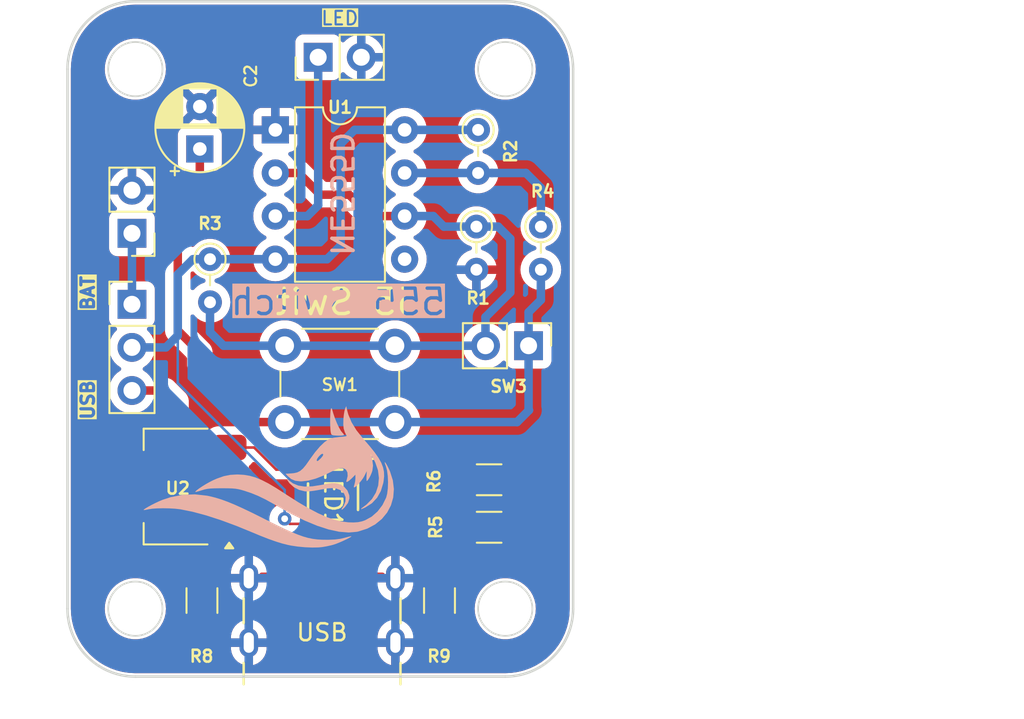
<source format=kicad_pcb>
(kicad_pcb (version 20240108) (generator "pcbnew") (generator_version "8.0")
  (layers (0 "F.Cu" signal) (31 "B.Cu" signal) (34 "B.Paste" user) (35 "F.Paste" user) (36 "B.SilkS" user "B.Silkscreen") (37 "F.SilkS" user "F.Silkscreen") (38 "B.Mask" user) (39 "F.Mask" user) (44 "Edge.Cuts" user))
  (net 0 "")
  (net 1 "Net-(C2-Pad1)")
  (net 2 "GND")
  (net 3 "Net-(U1-THR)")
  (net 4 "/VBAT")
  (net 5 "Net-(U1-DIS)")
  (net 7 "Net-(J4-CC1)")
  (net 8 "/VUSB")
  (net 9 "Net-(J3-Pin_1)")
  (net 10 "Net-(J4-CC2)")
  (net 11 "Net-(LED1-GND-Pad4)")
  (net 12 "/3V3")
  (net 13 "Net-(LED1-GND-Pad1)")
  (net 14 "VCC")
  (footprint "Package_TO_SOT_SMD:SOT-223-3_TabPin2" (layer "F.Cu") (at 116 115 180)
    (property "Reference" "U2" (at -0.1 -0.1 0) (layer "F.SilkS") (effects (font (size 0.7 0.7))))
    (property "Value" "AMS1117-3V3")
    (fp_line (start 1.91 3.41) (end 1.91 2.15) (stroke (width 0.12)) (layer "F.SilkS"))
    (fp_line (start 1.91 -3.41) (end 1.91 -2.15) (stroke (width 0.12)) (layer "F.SilkS"))
    (fp_line (start -1.85 3.41) (end 1.91 3.41) (stroke (width 0.12)) (layer "F.SilkS"))
    (fp_line (start -1.85 -3.41) (end 1.91 -3.41) (stroke (width 0.12)) (layer "F.SilkS"))
    (fp_poly (pts (xy -3.13 -3.31) (xy -3.37 -3.64) (xy -2.89 -3.64) (xy -3.13 -3.31)) (stroke (width 0.12)) (fill solid) (layer "F.SilkS"))
    (pad "1" smd roundrect (at -3.15 -2.3 180) (size 2 1.5) (layers "F.Cu" "F.Paste" "F.Mask") (net 8 "/VUSB"))
    (pad "2" smd roundrect (at -3.15 0 180) (size 2 1.5) (layers "F.Cu" "F.Paste" "F.Mask") (net 2 "GND"))
    (pad "2" smd roundrect (at 3.15 0 180) (size 2 3.8) (layers "F.Cu" "F.Paste" "F.Mask") (net 2 "GND"))
    (pad "3" smd roundrect (at -3.15 2.3 180) (size 2 1.5) (layers "F.Cu" "F.Paste" "F.Mask") (net 12 "/3V3"))
  )
  (footprint "Capacitor_THT:CP_Radial_D5.0mm_P2.50mm" (layer "F.Cu") (at 117.4 95.105113 90)
    (property "Reference" "C2" (at 4.3 3 270) (layer "F.SilkS") (effects (font (size 0.7 0.7) (thickness 0.125))))
    (property "Value" "10uF")
    (fp_line (start 1.29 -2.58) (end 1.29 2.58) (stroke (width 0.12)) (layer "F.SilkS"))
    (fp_line (start 1.25 -2.58) (end 1.25 2.58) (stroke (width 0.12)) (layer "F.SilkS"))
    (fp_line (start 1.33 -2.579) (end 1.33 2.579) (stroke (width 0.12)) (layer "F.SilkS"))
    (fp_line (start 1.37 -2.578) (end 1.37 2.578) (stroke (width 0.12)) (layer "F.SilkS"))
    (fp_line (start 1.41 -2.576) (end 1.41 2.576) (stroke (width 0.12)) (layer "F.SilkS"))
    (fp_line (start 1.45 -2.573) (end 1.45 2.573) (stroke (width 0.12)) (layer "F.SilkS"))
    (fp_line (start 1.49 -2.569) (end 1.49 -1.04) (stroke (width 0.12)) (layer "F.SilkS"))
    (fp_line (start 1.53 -2.565) (end 1.53 -1.04) (stroke (width 0.12)) (layer "F.SilkS"))
    (fp_line (start 1.57 -2.561) (end 1.57 -1.04) (stroke (width 0.12)) (layer "F.SilkS"))
    (fp_line (start 1.61 -2.556) (end 1.61 -1.04) (stroke (width 0.12)) (layer "F.SilkS"))
    (fp_line (start 1.65 -2.55) (end 1.65 -1.04) (stroke (width 0.12)) (layer "F.SilkS"))
    (fp_line (start 1.69 -2.543) (end 1.69 -1.04) (stroke (width 0.12)) (layer "F.SilkS"))
    (fp_line (start 1.73 -2.536) (end 1.73 -1.04) (stroke (width 0.12)) (layer "F.SilkS"))
    (fp_line (start 1.77 -2.528) (end 1.77 -1.04) (stroke (width 0.12)) (layer "F.SilkS"))
    (fp_line (start 1.81 -2.52) (end 1.81 -1.04) (stroke (width 0.12)) (layer "F.SilkS"))
    (fp_line (start 1.85 -2.511) (end 1.85 -1.04) (stroke (width 0.12)) (layer "F.SilkS"))
    (fp_line (start 1.89 -2.501) (end 1.89 -1.04) (stroke (width 0.12)) (layer "F.SilkS"))
    (fp_line (start 1.93 -2.491) (end 1.93 -1.04) (stroke (width 0.12)) (layer "F.SilkS"))
    (fp_line (start 1.971 -2.48) (end 1.971 -1.04) (stroke (width 0.12)) (layer "F.SilkS"))
    (fp_line (start 2.011 -2.468) (end 2.011 -1.04) (stroke (width 0.12)) (layer "F.SilkS"))
    (fp_line (start 2.051 -2.455) (end 2.051 -1.04) (stroke (width 0.12)) (layer "F.SilkS"))
    (fp_line (start 2.091 -2.442) (end 2.091 -1.04) (stroke (width 0.12)) (layer "F.SilkS"))
    (fp_line (start 2.131 -2.428) (end 2.131 -1.04) (stroke (width 0.12)) (layer "F.SilkS"))
    (fp_line (start 2.171 -2.414) (end 2.171 -1.04) (stroke (width 0.12)) (layer "F.SilkS"))
    (fp_line (start 2.211 -2.398) (end 2.211 -1.04) (stroke (width 0.12)) (layer "F.SilkS"))
    (fp_line (start 2.251 -2.382) (end 2.251 -1.04) (stroke (width 0.12)) (layer "F.SilkS"))
    (fp_line (start 2.291 -2.365) (end 2.291 -1.04) (stroke (width 0.12)) (layer "F.SilkS"))
    (fp_line (start 2.331 -2.348) (end 2.331 -1.04) (stroke (width 0.12)) (layer "F.SilkS"))
    (fp_line (start 2.371 -2.329) (end 2.371 -1.04) (stroke (width 0.12)) (layer "F.SilkS"))
    (fp_line (start 2.411 -2.31) (end 2.411 -1.04) (stroke (width 0.12)) (layer "F.SilkS"))
    (fp_line (start 2.451 -2.29) (end 2.451 -1.04) (stroke (width 0.12)) (layer "F.SilkS"))
    (fp_line (start 2.491 -2.268) (end 2.491 -1.04) (stroke (width 0.12)) (layer "F.SilkS"))
    (fp_line (start 2.531 -2.247) (end 2.531 -1.04) (stroke (width 0.12)) (layer "F.SilkS"))
    (fp_line (start 2.571 -2.224) (end 2.571 -1.04) (stroke (width 0.12)) (layer "F.SilkS"))
    (fp_line (start 2.611 -2.2) (end 2.611 -1.04) (stroke (width 0.12)) (layer "F.SilkS"))
    (fp_line (start 2.651 -2.175) (end 2.651 -1.04) (stroke (width 0.12)) (layer "F.SilkS"))
    (fp_line (start 2.691 -2.149) (end 2.691 -1.04) (stroke (width 0.12)) (layer "F.SilkS"))
    (fp_line (start 2.731 -2.122) (end 2.731 -1.04) (stroke (width 0.12)) (layer "F.SilkS"))
    (fp_line (start 2.771 -2.095) (end 2.771 -1.04) (stroke (width 0.12)) (layer "F.SilkS"))
    (fp_line (start 2.811 -2.065) (end 2.811 -1.04) (stroke (width 0.12)) (layer "F.SilkS"))
    (fp_line (start 2.851 -2.035) (end 2.851 -1.04) (stroke (width 0.12)) (layer "F.SilkS"))
    (fp_line (start 2.891 -2.004) (end 2.891 -1.04) (stroke (width 0.12)) (layer "F.SilkS"))
    (fp_line (start 2.931 -1.971) (end 2.931 -1.04) (stroke (width 0.12)) (layer "F.SilkS"))
    (fp_line (start 2.971 -1.937) (end 2.971 -1.04) (stroke (width 0.12)) (layer "F.SilkS"))
    (fp_line (start 3.011 -1.901) (end 3.011 -1.04) (stroke (width 0.12)) (layer "F.SilkS"))
    (fp_line (start 3.051 -1.864) (end 3.051 -1.04) (stroke (width 0.12)) (layer "F.SilkS"))
    (fp_line (start 3.091 -1.826) (end 3.091 -1.04) (stroke (width 0.12)) (layer "F.SilkS"))
    (fp_line (start 3.131 -1.785) (end 3.131 -1.04) (stroke (width 0.12)) (layer "F.SilkS"))
    (fp_line (start 3.171 -1.743) (end 3.171 -1.04) (stroke (width 0.12)) (layer "F.SilkS"))
    (fp_line (start -1.304775 -1.725) (end -1.304775 -1.225) (stroke (width 0.12)) (layer "F.SilkS"))
    (fp_line (start 3.211 -1.699) (end 3.211 -1.04) (stroke (width 0.12)) (layer "F.SilkS"))
    (fp_line (start 3.251 -1.653) (end 3.251 -1.04) (stroke (width 0.12)) (layer "F.SilkS"))
    (fp_line (start 3.291 -1.605) (end 3.291 -1.04) (stroke (width 0.12)) (layer "F.SilkS"))
    (fp_line (start 3.331 -1.554) (end 3.331 -1.04) (stroke (width 0.12)) (layer "F.SilkS"))
    (fp_line (start 3.371 -1.5) (end 3.371 -1.04) (stroke (width 0.12)) (layer "F.SilkS"))
    (fp_line (start -1.554775 -1.475) (end -1.054775 -1.475) (stroke (width 0.12)) (layer "F.SilkS"))
    (fp_line (start 3.411 -1.443) (end 3.411 -1.04) (stroke (width 0.12)) (layer "F.SilkS"))
    (fp_line (start 3.451 -1.383) (end 3.451 -1.04) (stroke (width 0.12)) (layer "F.SilkS"))
    (fp_line (start 3.491 -1.319) (end 3.491 -1.04) (stroke (width 0.12)) (layer "F.SilkS"))
    (fp_line (start 3.531 -1.251) (end 3.531 -1.04) (stroke (width 0.12)) (layer "F.SilkS"))
    (fp_line (start 3.571 -1.178) (end 3.571 1.178) (stroke (width 0.12)) (layer "F.SilkS"))
    (fp_line (start 3.611 -1.098) (end 3.611 1.098) (stroke (width 0.12)) (layer "F.SilkS"))
    (fp_line (start 3.651 -1.011) (end 3.651 1.011) (stroke (width 0.12)) (layer "F.SilkS"))
    (fp_line (start 3.691 -0.915) (end 3.691 0.915) (stroke (width 0.12)) (layer "F.SilkS"))
    (fp_line (start 3.731 -0.805) (end 3.731 0.805) (stroke (width 0.12)) (layer "F.SilkS"))
    (fp_line (start 3.771 -0.677) (end 3.771 0.677) (stroke (width 0.12)) (layer "F.SilkS"))
    (fp_line (start 3.811 -0.518) (end 3.811 0.518) (stroke (width 0.12)) (layer "F.SilkS"))
    (fp_line (start 3.851 -0.284) (end 3.851 0.284) (stroke (width 0.12)) (layer "F.SilkS"))
    (fp_line (start 3.531 1.04) (end 3.531 1.251) (stroke (width 0.12)) (layer "F.SilkS"))
    (fp_line (start 3.491 1.04) (end 3.491 1.319) (stroke (width 0.12)) (layer "F.SilkS"))
    (fp_line (start 3.451 1.04) (end 3.451 1.383) (stroke (width 0.12)) (layer "F.SilkS"))
    (fp_line (start 3.411 1.04) (end 3.411 1.443) (stroke (width 0.12)) (layer "F.SilkS"))
    (fp_line (start 3.371 1.04) (end 3.371 1.5) (stroke (width 0.12)) (layer "F.SilkS"))
    (fp_line (start 3.331 1.04) (end 3.331 1.554) (stroke (width 0.12)) (layer "F.SilkS"))
    (fp_line (start 3.291 1.04) (end 3.291 1.605) (stroke (width 0.12)) (layer "F.SilkS"))
    (fp_line (start 3.251 1.04) (end 3.251 1.653) (stroke (width 0.12)) (layer "F.SilkS"))
    (fp_line (start 3.211 1.04) (end 3.211 1.699) (stroke (width 0.12)) (layer "F.SilkS"))
    (fp_line (start 3.171 1.04) (end 3.171 1.743) (stroke (width 0.12)) (layer "F.SilkS"))
    (fp_line (start 3.131 1.04) (end 3.131 1.785) (stroke (width 0.12)) (layer "F.SilkS"))
    (fp_line (start 3.091 1.04) (end 3.091 1.826) (stroke (width 0.12)) (layer "F.SilkS"))
    (fp_line (start 3.051 1.04) (end 3.051 1.864) (stroke (width 0.12)) (layer "F.SilkS"))
    (fp_line (start 3.011 1.04) (end 3.011 1.901) (stroke (width 0.12)) (layer "F.SilkS"))
    (fp_line (start 2.971 1.04) (end 2.971 1.937) (stroke (width 0.12)) (layer "F.SilkS"))
    (fp_line (start 2.931 1.04) (end 2.931 1.971) (stroke (width 0.12)) (layer "F.SilkS"))
    (fp_line (start 2.891 1.04) (end 2.891 2.004) (stroke (width 0.12)) (layer "F.SilkS"))
    (fp_line (start 2.851 1.04) (end 2.851 2.035) (stroke (width 0.12)) (layer "F.SilkS"))
    (fp_line (start 2.811 1.04) (end 2.811 2.065) (stroke (width 0.12)) (layer "F.SilkS"))
    (fp_line (start 2.771 1.04) (end 2.771 2.095) (stroke (width 0.12)) (layer "F.SilkS"))
    (fp_line (start 2.731 1.04) (end 2.731 2.122) (stroke (width 0.12)) (layer "F.SilkS"))
    (fp_line (start 2.691 1.04) (end 2.691 2.149) (stroke (width 0.12)) (layer "F.SilkS"))
    (fp_line (start 2.651 1.04) (end 2.651 2.175) (stroke (width 0.12)) (layer "F.SilkS"))
    (fp_line (start 2.611 1.04) (end 2.611 2.2) (stroke (width 0.12)) (layer "F.SilkS"))
    (fp_line (start 2.571 1.04) (end 2.571 2.224) (stroke (width 0.12)) (layer "F.SilkS"))
    (fp_line (start 2.531 1.04) (end 2.531 2.247) (stroke (width 0.12)) (layer "F.SilkS"))
    (fp_line (start 2.491 1.04) (end 2.491 2.268) (stroke (width 0.12)) (layer "F.SilkS"))
    (fp_line (start 2.451 1.04) (end 2.451 2.29) (stroke (width 0.12)) (layer "F.SilkS"))
    (fp_line (start 2.411 1.04) (end 2.411 2.31) (stroke (width 0.12)) (layer "F.SilkS"))
    (fp_line (start 2.371 1.04) (end 2.371 2.329) (stroke (width 0.12)) (layer "F.SilkS"))
    (fp_line (start 2.331 1.04) (end 2.331 2.348) (stroke (width 0.12)) (layer "F.SilkS"))
    (fp_line (start 2.291 1.04) (end 2.291 2.365) (stroke (width 0.12)) (layer "F.SilkS"))
    (fp_line (start 2.251 1.04) (end 2.251 2.382) (stroke (width 0.12)) (layer "F.SilkS"))
    (fp_line (start 2.211 1.04) (end 2.211 2.398) (stroke (width 0.12)) (layer "F.SilkS"))
    (fp_line (start 2.171 1.04) (end 2.171 2.414) (stroke (width 0.12)) (layer "F.SilkS"))
    (fp_line (start 2.131 1.04) (end 2.131 2.428) (stroke (width 0.12)) (layer "F.SilkS"))
    (fp_line (start 2.091 1.04) (end 2.091 2.442) (stroke (width 0.12)) (layer "F.SilkS"))
    (fp_line (start 2.051 1.04) (end 2.051 2.455) (stroke (width 0.12)) (layer "F.SilkS"))
    (fp_line (start 2.011 1.04) (end 2.011 2.468) (stroke (width 0.12)) (layer "F.SilkS"))
    (fp_line (start 1.971 1.04) (end 1.971 2.48) (stroke (width 0.12)) (layer "F.SilkS"))
    (fp_line (start 1.93 1.04) (end 1.93 2.491) (stroke (width 0.12)) (layer "F.SilkS"))
    (fp_line (start 1.89 1.04) (end 1.89 2.501) (stroke (width 0.12)) (layer "F.SilkS"))
    (fp_line (start 1.85 1.04) (end 1.85 2.511) (stroke (width 0.12)) (layer "F.SilkS"))
    (fp_line (start 1.81 1.04) (end 1.81 2.52) (stroke (width 0.12)) (layer "F.SilkS"))
    (fp_line (start 1.77 1.04) (end 1.77 2.528) (stroke (width 0.12)) (layer "F.SilkS"))
    (fp_line (start 1.73 1.04) (end 1.73 2.536) (stroke (width 0.12)) (layer "F.SilkS"))
    (fp_line (start 1.69 1.04) (end 1.69 2.543) (stroke (width 0.12)) (layer "F.SilkS"))
    (fp_line (start 1.65 1.04) (end 1.65 2.55) (stroke (width 0.12)) (layer "F.SilkS"))
    (fp_line (start 1.61 1.04) (end 1.61 2.556) (stroke (width 0.12)) (layer "F.SilkS"))
    (fp_line (start 1.57 1.04) (end 1.57 2.561) (stroke (width 0.12)) (layer "F.SilkS"))
    (fp_line (start 1.53 1.04) (end 1.53 2.565) (stroke (width 0.12)) (layer "F.SilkS"))
    (fp_line (start 1.49 1.04) (end 1.49 2.569) (stroke (width 0.12)) (layer "F.SilkS"))
    (fp_circle (center 1.25 0) (end 3.87 0) (stroke (width 0.12)) (fill none) (layer "F.SilkS"))
    (pad "1" thru_hole rect (at 0 0 90) (size 1.6 1.6) (drill 0.8) (layers "*.Cu" "*.Mask") (net 1 "Net-(C2-Pad1)"))
    (pad "2" thru_hole circle (at 2.5 0 90) (size 1.6 1.6) (drill 0.8) (layers "*.Cu" "*.Mask") (net 2 "GND"))
  )
  (footprint "Package_DIP:DIP-8_W7.62mm" (layer "F.Cu") (at 121.85 93.98)
    (property "Reference" "U1" (at 3.81 -1.33 0) (layer "F.SilkS") (effects (font (size 0.7 0.7))))
    (property "Value" "NE555D")
    (fp_line (start 1.16 -1.33) (end 1.16 8.95) (stroke (width 0.12)) (layer "F.SilkS"))
    (fp_line (start 1.16 8.95) (end 6.46 8.95) (stroke (width 0.12)) (layer "F.SilkS"))
    (fp_line (start 2.81 -1.33) (end 1.16 -1.33) (stroke (width 0.12)) (layer "F.SilkS"))
    (fp_line (start 6.46 -1.33) (end 4.81 -1.33) (stroke (width 0.12)) (layer "F.SilkS"))
    (fp_line (start 6.46 8.95) (end 6.46 -1.33) (stroke (width 0.12)) (layer "F.SilkS"))
    (fp_arc (start 4.81 -1.33) (mid 3.81 -0.33) (end 2.81 -1.33) (stroke (width 0.12)) (layer "F.SilkS"))
    (pad "1" thru_hole rect (at 0 0) (size 1.6 1.6) (drill 0.8) (layers "*.Cu" "*.Mask") (net 2 "GND"))
    (pad "2" thru_hole oval (at 0 2.54) (size 1.6 1.6) (drill 0.8) (layers "*.Cu" "*.Mask") (net 3 "Net-(U1-THR)"))
    (pad "3" thru_hole oval (at 0 5.08) (size 1.6 1.6) (drill 0.8) (layers "*.Cu" "*.Mask") (net 9 "Net-(J3-Pin_1)"))
    (pad "4" thru_hole oval (at 0 7.62) (size 1.6 1.6) (drill 0.8) (layers "*.Cu" "*.Mask") (net 14 "VCC"))
    (pad "5" thru_hole oval (at 7.62 7.62) (size 1.6 1.6) (drill 0.8) (layers "*.Cu" "*.Mask"))
    (pad "6" thru_hole oval (at 7.62 5.08) (size 1.6 1.6) (drill 0.8) (layers "*.Cu" "*.Mask") (net 3 "Net-(U1-THR)"))
    (pad "7" thru_hole oval (at 7.62 2.54) (size 1.6 1.6) (drill 0.8) (layers "*.Cu" "*.Mask") (net 5 "Net-(U1-DIS)"))
    (pad "8" thru_hole oval (at 7.62 0) (size 1.6 1.6) (drill 0.8) (layers "*.Cu" "*.Mask") (net 14 "VCC"))
  )
  (footprint "Resistor_THT:R_Axial_DIN0204_L3.6mm_D1.6mm_P2.54mm_Vertical" (layer "F.Cu") (at 137.5 99.68 -90)
    (property "Reference" "R4" (at -2.08 -0.1 0) (layer "F.SilkS") (effects (font (size 0.7 0.7))))
    (property "Value" "10k")
    (fp_line (start 0.92 0) (end 1.54 0) (stroke (width 0.12)) (layer "F.SilkS"))
    (fp_circle (center 0 0) (end 0.92 0) (stroke (width 0.12)) (fill none) (layer "F.SilkS"))
    (pad "1" thru_hole circle (at 0 0 270) (size 1.4 1.4) (drill 0.7) (layers "*.Cu" "*.Mask") (net 5 "Net-(U1-DIS)"))
    (pad "2" thru_hole oval (at 2.54 0 270) (size 1.4 1.4) (drill 0.7) (layers "*.Cu" "*.Mask") (net 1 "Net-(C2-Pad1)"))
  )
  (footprint "Resistor_SMD:R_1206_3216Metric_Pad1.30x1.75mm_HandSolder" (layer "F.Cu") (at 134.45 117.4)
    (property "Reference" "R5" (at -3.15 0 90) (layer "F.SilkS") (effects (font (size 0.7 0.7))))
    (property "Value" "5k1")
    (fp_line (start -0.727064 -0.91) (end 0.727064 -0.91) (stroke (width 0.12)) (layer "F.SilkS"))
    (fp_line (start -0.727064 0.91) (end 0.727064 0.91) (stroke (width 0.12)) (layer "F.SilkS"))
    (pad "1" smd roundrect (at -1.55 0) (size 1.3 1.75) (layers "F.Cu" "F.Paste" "F.Mask") (roundrect_rratio 0.192308) (net 11 "Net-(LED1-GND-Pad4)"))
    (pad "2" smd roundrect (at 1.55 0) (size 1.3 1.75) (layers "F.Cu" "F.Paste" "F.Mask") (roundrect_rratio 0.192308) (net 2 "GND"))
  )
  (footprint "Connector_PinHeader_2.54mm:PinHeader_1x02_P2.54mm_Vertical" (layer "F.Cu") (at 113.4 100.075 180)
    (property "Reference" "J1" (hide yes))
    (property "Value" "3V3")
    (fp_line (start 1.33 1.27) (end 1.33 3.87) (stroke (width 0.12)) (layer "F.SilkS"))
    (fp_line (start -1.33 3.87) (end 1.33 3.87) (stroke (width 0.12)) (layer "F.SilkS"))
    (fp_line (start -1.33 1.27) (end 1.33 1.27) (stroke (width 0.12)) (layer "F.SilkS"))
    (fp_line (start -1.33 1.27) (end -1.33 3.87) (stroke (width 0.12)) (layer "F.SilkS"))
    (fp_line (start -1.33 0) (end -1.33 -1.33) (stroke (width 0.12)) (layer "F.SilkS"))
    (fp_line (start -1.33 -1.33) (end 0 -1.33) (stroke (width 0.12)) (layer "F.SilkS"))
    (pad "1" thru_hole rect (at 0 0 180) (size 1.7 1.7) (drill 1) (layers "*.Cu" "*.Mask") (net 4 "/VBAT"))
    (pad "2" thru_hole oval (at 0 2.54 180) (size 1.7 1.7) (drill 1) (layers "*.Cu" "*.Mask") (net 2 "GND"))
  )
  (footprint "Alexander Footprint Library:USB-C MOLEX 2171750001" (layer "F.Cu") (at 124.605 126.8)
    (property "Reference" "USB" (at -0.005 -3.2 0) (layer "F.SilkS"))
    (property "Value" "USB-C_Receptacle_PowerOnly_6P_MOLEX-2171750001")
    (fp_line (start -4.62 -3.75) (end -4.62 -5.2) (stroke (width 0.15)) (layer "F.SilkS"))
    (fp_line (start -4.62 -0.15) (end -4.62 -1.4) (stroke (width 0.15)) (layer "F.SilkS"))
    (fp_line (start 4.62 -3.75) (end 4.62 -5.2) (stroke (width 0.15)) (layer "F.SilkS"))
    (fp_line (start 4.62 -0.15) (end 4.62 -1.4) (stroke (width 0.15)) (layer "F.SilkS"))
    (pad "A5" smd rect (at -0.5 -6.48) (size 0.7 1.2) (layers "F.Cu" "F.Paste") (net 7 "Net-(J4-CC1)"))
    (pad "A9" smd rect (at 1.52 -6.48) (size 0.76 1.2) (layers "F.Cu" "F.Paste") (net 8 "/VUSB"))
    (pad "A12" smd rect (at 2.75 -6.48) (size 0.8 1.2) (layers "F.Cu" "F.Paste") (net 2 "GND"))
    (pad "B5" smd rect (at 0.5 -6.48) (size 0.7 1.2) (layers "F.Cu" "F.Paste") (net 10 "Net-(J4-CC2)"))
    (pad "B9" smd rect (at -1.52 -6.48) (size 0.76 1.2) (layers "F.Cu" "F.Paste") (net 8 "/VUSB"))
    (pad "B12" smd rect (at -2.75 -6.48) (size 0.8 1.2) (layers "F.Cu" "F.Paste") (net 2 "GND"))
    (pad "S1" thru_hole oval (at -4.32 -2.6) (size 1.1 1.7) (drill oval 0.6 1.2) (layers "*.Cu" "*.Mask") (net 2 "GND"))
    (pad "S2" thru_hole oval (at 4.32 -2.6) (size 1.1 1.7) (drill oval 0.6 1.2) (layers "*.Cu" "*.Mask") (net 2 "GND"))
    (pad "S3" thru_hole oval (at -4.32 -6.4) (size 1.1 1.7) (drill oval 0.6 1.2) (layers "*.Cu" "*.Mask") (net 2 "GND"))
    (pad "S4" thru_hole oval (at 4.32 -6.4) (size 1.1 1.7) (drill oval 0.6 1.2) (layers "*.Cu" "*.Mask") (net 2 "GND"))
  )
  (footprint "Alexander Footprint Library:B1552_HVK-M" (layer "F.Cu") (at 125.249999 115.6002 -90)
    (property "Reference" "LED1" (at 0 0 -90) (layer "F.SilkS"))
    (property "Value" "LED-RED-GREEN-B1552USUG20D")
    (fp_line (start -0.777373 1.4732) (end 0.777373 1.4732) (stroke (width 0.1524)) (layer "F.SilkS"))
    (fp_line (start -0.777373 -1.4732) (end 0.777373 -1.4732) (stroke (width 0.1524)) (layer "F.SilkS"))
    (fp_text user "*" (at -2.2352 -1.8041 -90) (layer "F.SilkS"))
    (fp_text user "*" (at -2.2352 -1.8041 90) (layer "F.SilkS"))
    (pad "1" smd rect (at -1.6002 -0.750001 270) (size 1.1176 1.0414) (layers "F.Cu" "F.Paste" "F.Mask") (net 13 "Net-(LED1-GND-Pad1)"))
    (pad "2" smd rect (at -1.6002 0.750001 270) (size 1.1176 1.0414) (layers "F.Cu" "F.Paste" "F.Mask") (net 12 "/3V3"))
    (pad "3" smd rect (at 1.6002 0.750001 270) (size 1.1176 1.0414) (layers "F.Cu" "F.Paste" "F.Mask") (net 14 "VCC"))
    (pad "4" smd rect (at 1.6002 -0.750001 270) (size 1.1176 1.0414) (layers "F.Cu" "F.Paste" "F.Mask") (net 11 "Net-(LED1-GND-Pad4)"))
  )
  (footprint "Resistor_SMD:R_1206_3216Metric_Pad1.30x1.75mm_HandSolder" (layer "F.Cu") (at 117.525 121.72 -90)
    (property "Reference" "R8" (at 3.28 0.025 0) (layer "F.SilkS") (effects (font (size 0.7 0.7))))
    (property "Value" "5K7")
    (fp_line (start -0.727064 0.91) (end 0.727064 0.91) (stroke (width 0.12)) (layer "F.SilkS"))
    (fp_line (start -0.727064 -0.91) (end 0.727064 -0.91) (stroke (width 0.12)) (layer "F.SilkS"))
    (pad "1" smd roundrect (at -1.55 0 270) (size 1.3 1.75) (layers "F.Cu" "F.Paste" "F.Mask") (roundrect_rratio 0.192308) (net 2 "GND"))
    (pad "2" smd roundrect (at 1.55 0 270) (size 1.3 1.75) (layers "F.Cu" "F.Paste" "F.Mask") (roundrect_rratio 0.192308) (net 7 "Net-(J4-CC1)"))
  )
  (footprint "Connector_PinHeader_2.54mm:PinHeader_1x03_P2.54mm_Vertical" (layer "F.Cu") (at 113.4 104.26)
    (property "Reference" "SW2" (hide yes))
    (property "Value" "SW_SPDT")
    (fp_line (start -1.33 -1.33) (end 0 -1.33) (stroke (width 0.12)) (layer "F.SilkS"))
    (fp_line (start -1.33 0) (end -1.33 -1.33) (stroke (width 0.12)) (layer "F.SilkS"))
    (fp_line (start -1.33 1.27) (end -1.33 6.41) (stroke (width 0.12)) (layer "F.SilkS"))
    (fp_line (start -1.33 1.27) (end 1.33 1.27) (stroke (width 0.12)) (layer "F.SilkS"))
    (fp_line (start -1.33 6.41) (end 1.33 6.41) (stroke (width 0.12)) (layer "F.SilkS"))
    (fp_line (start 1.33 1.27) (end 1.33 6.41) (stroke (width 0.12)) (layer "F.SilkS"))
    (pad "1" thru_hole rect (at 0 0) (size 1.7 1.7) (drill 1) (layers "*.Cu" "*.Mask") (net 4 "/VBAT"))
    (pad "2" thru_hole oval (at 0 2.54) (size 1.7 1.7) (drill 1) (layers "*.Cu" "*.Mask") (net 14 "VCC"))
    (pad "3" thru_hole oval (at 0 5.08) (size 1.7 1.7) (drill 1) (layers "*.Cu" "*.Mask") (net 12 "/3V3"))
  )
  (footprint "Resistor_SMD:R_1206_3216Metric_Pad1.30x1.75mm_HandSolder" (layer "F.Cu") (at 134.45 114.6)
    (property "Reference" "R6" (at -3.25 0.1 90) (layer "F.SilkS") (effects (font (size 0.7 0.7))))
    (property "Value" "5k1")
    (fp_line (start -0.727064 -0.91) (end 0.727064 -0.91) (stroke (width 0.12)) (layer "F.SilkS"))
    (fp_line (start -0.727064 0.91) (end 0.727064 0.91) (stroke (width 0.12)) (layer "F.SilkS"))
    (pad "1" smd roundrect (at -1.55 0) (size 1.3 1.75) (layers "F.Cu" "F.Paste" "F.Mask") (roundrect_rratio 0.192308) (net 13 "Net-(LED1-GND-Pad1)"))
    (pad "2" smd roundrect (at 1.55 0) (size 1.3 1.75) (layers "F.Cu" "F.Paste" "F.Mask") (roundrect_rratio 0.192308) (net 2 "GND"))
  )
  (footprint "Resistor_SMD:R_1206_3216Metric_Pad1.30x1.75mm_HandSolder" (layer "F.Cu") (at 131.525 121.72 -90)
    (property "Reference" "R9" (at 3.28 0.025 0) (layer "F.SilkS") (effects (font (size 0.7 0.7))))
    (property "Value" "5K7")
    (fp_line (start -0.727064 0.91) (end 0.727064 0.91) (stroke (width 0.12)) (layer "F.SilkS"))
    (fp_line (start -0.727064 -0.91) (end 0.727064 -0.91) (stroke (width 0.12)) (layer "F.SilkS"))
    (pad "1" smd roundrect (at -1.55 0 270) (size 1.3 1.75) (layers "F.Cu" "F.Paste" "F.Mask") (roundrect_rratio 0.192308) (net 2 "GND"))
    (pad "2" smd roundrect (at 1.55 0 270) (size 1.3 1.75) (layers "F.Cu" "F.Paste" "F.Mask") (roundrect_rratio 0.192308) (net 10 "Net-(J4-CC2)"))
  )
  (footprint "Resistor_THT:R_Axial_DIN0204_L3.6mm_D1.6mm_P2.54mm_Vertical" (layer "F.Cu") (at 133.7 99.68 -90)
    (property "Reference" "R1" (at 4.22 -0.1 0) (layer "F.SilkS") (effects (font (size 0.7 0.7))))
    (property "Value" "10k")
    (fp_line (start 0.92 0) (end 1.54 0) (stroke (width 0.12)) (layer "F.SilkS"))
    (fp_circle (center 0 0) (end 0.92 0) (stroke (width 0.12)) (fill none) (layer "F.SilkS"))
    (pad "1" thru_hole circle (at 0 0 270) (size 1.4 1.4) (drill 0.7) (layers "*.Cu" "*.Mask") (net 3 "Net-(U1-THR)"))
    (pad "2" thru_hole oval (at 2.54 0 270) (size 1.4 1.4) (drill 0.7) (layers "*.Cu" "*.Mask") (net 2 "GND"))
  )
  (footprint "Resistor_THT:R_Axial_DIN0204_L3.6mm_D1.6mm_P2.54mm_Vertical" (layer "F.Cu") (at 133.8 93.98 -90)
    (property "Reference" "R2" (at 1.27 -1.92 90) (layer "F.SilkS") (effects (font (size 0.7 0.7))))
    (property "Value" "10k")
    (fp_line (start 0.92 0) (end 1.54 0) (stroke (width 0.12)) (layer "F.SilkS"))
    (fp_circle (center 0 0) (end 0.92 0) (stroke (width 0.12)) (fill none) (layer "F.SilkS"))
    (pad "1" thru_hole circle (at 0 0 270) (size 1.4 1.4) (drill 0.7) (layers "*.Cu" "*.Mask") (net 14 "VCC"))
    (pad "2" thru_hole oval (at 2.54 0 270) (size 1.4 1.4) (drill 0.7) (layers "*.Cu" "*.Mask") (net 5 "Net-(U1-DIS)"))
  )
  (footprint "Connector_PinHeader_2.54mm:PinHeader_1x02_P2.54mm_Vertical" (layer "F.Cu") (at 124.375 89.7 90)
    (property "Reference" "J3" (hide yes))
    (property "Value" "OUT")
    (fp_line (start -1.33 -1.33) (end 0 -1.33) (stroke (width 0.12)) (layer "F.SilkS"))
    (fp_line (start -1.33 0) (end -1.33 -1.33) (stroke (width 0.12)) (layer "F.SilkS"))
    (fp_line (start 1.33 1.27) (end 1.33 3.87) (stroke (width 0.12)) (layer "F.SilkS"))
    (fp_line (start -1.33 1.27) (end 1.33 1.27) (stroke (width 0.12)) (layer "F.SilkS"))
    (fp_line (start -1.33 1.27) (end -1.33 3.87) (stroke (width 0.12)) (layer "F.SilkS"))
    (fp_line (start -1.33 3.87) (end 1.33 3.87) (stroke (width 0.12)) (layer "F.SilkS"))
    (pad "1" thru_hole rect (at 0 0 90) (size 1.7 1.7) (drill 1) (layers "*.Cu" "*.Mask") (net 9 "Net-(J3-Pin_1)"))
    (pad "2" thru_hole oval (at 0 2.54 90) (size 1.7 1.7) (drill 1) (layers "*.Cu" "*.Mask") (net 2 "GND"))
  )
  (footprint "Connector_PinHeader_2.54mm:PinHeader_1x02_P2.54mm_Vertical" (layer "F.Cu") (at 136.775 106.7 -90)
    (property "Reference" "SW3" (at 2.4 1.175 0) (layer "F.SilkS") (effects (font (size 0.7 0.7))))
    (property "Value" "SW_Reed")
    (fp_line (start -1.33 3.87) (end 1.33 3.87) (stroke (width 0.12)) (layer "F.SilkS"))
    (fp_line (start -1.33 1.27) (end -1.33 3.87) (stroke (width 0.12)) (layer "F.SilkS"))
    (fp_line (start -1.33 1.27) (end 1.33 1.27) (stroke (width 0.12)) (layer "F.SilkS"))
    (fp_line (start 1.33 1.27) (end 1.33 3.87) (stroke (width 0.12)) (layer "F.SilkS"))
    (fp_line (start -1.33 0) (end -1.33 -1.33) (stroke (width 0.12)) (layer "F.SilkS"))
    (fp_line (start -1.33 -1.33) (end 0 -1.33) (stroke (width 0.12)) (layer "F.SilkS"))
    (pad "1" thru_hole rect (at 0 0 270) (size 1.7 1.7) (drill 1) (layers "*.Cu" "*.Mask") (net 1 "Net-(C2-Pad1)"))
    (pad "2" thru_hole oval (at 0 2.54 270) (size 1.7 1.7) (drill 1) (layers "*.Cu" "*.Mask") (net 3 "Net-(U1-THR)"))
  )
  (footprint "Resistor_THT:R_Axial_DIN0204_L3.6mm_D1.6mm_P2.54mm_Vertical" (layer "F.Cu") (at 118 101.6 -90)
    (property "Reference" "R3" (at -2.1 0 0) (layer "F.SilkS") (effects (font (size 0.7 0.7))))
    (property "Value" "10k")
    (fp_line (start 0.92 0) (end 1.54 0) (stroke (width 0.12)) (layer "F.SilkS"))
    (fp_circle (center 0 0) (end 0.92 0) (stroke (width 0.12)) (fill none) (layer "F.SilkS"))
    (pad "1" thru_hole circle (at 0 0 270) (size 1.4 1.4) (drill 0.7) (layers "*.Cu" "*.Mask") (net 14 "VCC"))
    (pad "2" thru_hole oval (at 2.54 0 270) (size 1.4 1.4) (drill 0.7) (layers "*.Cu" "*.Mask") (net 3 "Net-(U1-THR)"))
  )
  (footprint "Button_Switch_THT:SW_PUSH_6mm" (layer "F.Cu") (at 122.4 106.7)
    (property "Reference" "SW1" (at 3.25 2.3 0) (layer "F.SilkS") (effects (font (size 0.7 0.7) (thickness 0.125))))
    (property "Value" "SW_Push")
    (fp_line (start -0.25 1.5) (end -0.25 3) (stroke (width 0.12)) (layer "F.SilkS"))
    (fp_line (start 1 5.5) (end 5.5 5.5) (stroke (width 0.12)) (layer "F.SilkS"))
    (fp_line (start 5.5 -1) (end 1 -1) (stroke (width 0.12)) (layer "F.SilkS"))
    (fp_line (start 6.75 3) (end 6.75 1.5) (stroke (width 0.12)) (layer "F.SilkS"))
    (pad "1" thru_hole circle (at 0 0 90) (size 2 2) (drill 1.1) (layers "*.Cu" "*.Mask") (net 3 "Net-(U1-THR)"))
    (pad "1" thru_hole circle (at 6.5 0 90) (size 2 2) (drill 1.1) (layers "*.Cu" "*.Mask") (net 3 "Net-(U1-THR)"))
    (pad "2" thru_hole circle (at 0 4.5 90) (size 2 2) (drill 1.1) (layers "*.Cu" "*.Mask") (net 1 "Net-(C2-Pad1)"))
    (pad "2" thru_hole circle (at 6.5 4.5 90) (size 2 2) (drill 1.1) (layers "*.Cu" "*.Mask") (net 1 "Net-(C2-Pad1)"))
  )
  (footprint "LOGO" (layer "B.Cu") (at 121.4 114.4 180)
    (property "Reference" "G***" (hide yes))
    (property "Value" "LOGO" (hide yes))
    (fp_poly (pts (xy -5.335668 -1.973085) (xy -5.363457 -2.000875) (xy -5.391247 -1.973085) (xy -5.363457 -1.945295)) (fill solid) (layer "B.SilkS"))
    (fp_poly (pts (xy -3.72712 3.989192) (xy -3.720697 3.973961) (xy -3.701102 3.866879) (xy -3.687804 3.678866) (xy -3.680882 3.439975) (xy -3.680421 3.180261) (xy -3.686502 2.929778) (xy -3.699208 2.718581) (xy -3.716893 2.584464) (xy -3.741095 2.495828) (xy -3.784399 2.444513) (xy -3.873902 2.418422) (xy -4.036701 2.405456) (xy -4.127166 2.40129) (xy -4.314775 2.400001) (xy -4.449213 2.412314) (xy -4.501944 2.435572) (xy -4.501969 2.436169) (xy -4.463752 2.510156) (xy -4.414064 2.560438) (xy -4.317104 2.679269) (xy -4.202066 2.879038) (xy -4.080896 3.133656) (xy -3.965538 3.417032) (xy -3.867936 3.703076) (xy -3.83055 3.835011) (xy -3.788365 3.978468) (xy -3.75726 4.025597)) (fill solid) (layer "B.SilkS"))
    (fp_poly (pts (xy -1.16813 -0.243105) (xy -1.254216 -0.368794) (xy -1.28983 -0.413219) (xy -1.537879 -0.635483) (xy -1.849965 -0.79747) (xy -2.187325 -0.881187) (xy -2.314341 -0.888735) (xy -2.497037 -0.877155) (xy -2.746282 -0.845689) (xy -3.020446 -0.800025) (xy -3.14804 -0.774864) (xy -3.516275 -0.710602) (xy -3.805925 -0.692046) (xy -4.04028 -0.720434) (xy -4.242632 -0.797) (xy -4.312229 -0.836658) (xy -4.497239 -1.008267) (xy -4.588805 -1.225532) (xy -4.584459 -1.470239) (xy -4.481739 -1.724177) (xy -4.44078 -1.786433) (xy -4.359302 -1.917364) (xy -4.351943 -1.969709) (xy -4.412174 -1.941384) (xy -4.533468 -1.830304) (xy -4.544045 -1.819408) (xy -4.734665 -1.563229) (xy -4.815304 -1.302684) (xy -4.806573 -1.114052) (xy -4.700145 -0.833593) (xy -4.503297 -0.610752) (xy -4.312939 -0.494963) (xy -4.14564 -0.432054) (xy -3.973801 -0.400998) (xy -3.772034 -0.401933) (xy -3.514951 -0.434994) (xy -3.177163 -0.500319) (xy -3.173511 -0.501089) (xy -2.63863 -0.587136) (xy -2.183217 -0.60137) (xy -1.801259 -0.543037) (xy -1.486742 -0.411382) (xy -1.292451 -0.264967) (xy -1.187436 -0.180532) (xy -1.145933 -0.176798)) (fill solid) (layer "B.SilkS"))
    (fp_poly (pts (xy 5.006815 -1.088445) (xy 5.716318 -1.225058) (xy 6.200827 -1.383806) (xy 6.403664 -1.468934) (xy 6.626548 -1.573239) (xy 6.848558 -1.685444) (xy 7.048775 -1.794268) (xy 7.20628 -1.888432) (xy 7.300154 -1.956656) (xy 7.315527 -1.984838) (xy 7.254956 -1.98449) (xy 7.122033 -1.961789) (xy 7.024333 -1.940189) (xy 6.806471 -1.906915) (xy 6.509925 -1.886858) (xy 6.16638 -1.879979) (xy 5.807519 -1.886237) (xy 5.465025 -1.905592) (xy 5.170583 -1.938004) (xy 5.141138 -1.942582) (xy 4.426362 -2.086382) (xy 3.63366 -2.298797) (xy 2.770609 -2.57741) (xy 1.844784 -2.919804) (xy 1.010836 -3.260583) (xy 0.441355 -3.497514) (xy -0.046623 -3.688235) (xy -0.469864 -3.838501) (xy -0.845133 -3.954062) (xy -1.189195 -4.040673) (xy -1.371928 -4.078191) (xy -1.768371 -4.138227) (xy -2.195636 -4.177783) (xy -2.616347 -4.195041) (xy -2.993123 -4.188182) (xy -3.212913 -4.167752) (xy -3.467108 -4.123955) (xy -3.736305 -4.064944) (xy -3.876552 -4.027934) (xy -4.038283 -3.972815) (xy -4.23561 -3.893936) (xy -4.4451 -3.802307) (xy -4.643316 -3.708932) (xy -4.806823 -3.624819) (xy -4.912187 -3.560974) (xy -4.93761 -3.529586) (xy -4.878362 -3.533932) (xy -4.740991 -3.564298) (xy -4.553715 -3.61434) (xy -4.52896 -3.621444) (xy -4.263761 -3.683348) (xy -3.968882 -3.720103) (xy -3.608736 -3.735703) (xy -3.501532 -3.73678) (xy -3.19922 -3.733182) (xy -2.919835 -3.716451) (xy -2.650591 -3.682285) (xy -2.378702 -3.626385) (xy -2.091382 -3.544451) (xy -1.775843 -3.432183) (xy -1.419301 -3.28528) (xy -1.008967 -3.099444) (xy -0.532057 -2.870373) (xy 0.024217 -2.593769) (xy 0.277899 -2.465774) (xy 0.908788 -2.151193) (xy 1.457458 -1.888515) (xy 1.937016 -1.672463) (xy 2.360572 -1.497764) (xy 2.741233 -1.359144) (xy 3.092107 -1.251328) (xy 3.426303 -1.169041) (xy 3.575896 -1.138716) (xy 4.289098 -1.059268)) (fill solid) (layer "B.SilkS"))
    (fp_poly (pts (xy -6.905998 0.758162) (xy -6.962759 0.600951) (xy -7.033118 0.344256) (xy -7.076378 0.016472) (xy -7.092183 -0.34585) (xy -7.080174 -0.706159) (xy -7.039992 -1.027906) (xy -6.980883 -1.250547) (xy -6.763375 -1.690507) (xy -6.474123 -2.069435) (xy -6.127243 -2.373404) (xy -5.73685 -2.588488) (xy -5.563615 -2.648878) (xy -5.327801 -2.699081) (xy -5.056923 -2.71721) (xy -4.755393 -2.708697) (xy -4.35446 -2.660239) (xy -3.927847 -2.556931) (xy -3.466953 -2.394884) (xy -2.963179 -2.17021) (xy -2.407923 -1.879024) (xy -1.792584 -1.517437) (xy -1.108562 -1.081562) (xy -1.0071 -1.01457) (xy -0.492206 -0.683257) (xy -0.044687 -0.419341) (xy 0.351284 -0.216499) (xy 0.71153 -0.068411) (xy 1.051879 0.031245) (xy 1.388155 0.088791) (xy 1.736184 0.110546) (xy 1.811196 0.11116) (xy 2.209545 0.08793) (xy 2.587906 0.011875) (xy 2.985773 -0.126555) (xy 3.220465 -0.229596) (xy 3.426096 -0.333288) (xy 3.645126 -0.457079) (xy 3.857915 -0.588021) (xy 4.044822 -0.71317) (xy 4.186205 -0.819577) (xy 4.262422 -0.894296) (xy 4.267621 -0.919833) (xy 4.208774 -0.913924) (xy 4.073957 -0.878799) (xy 3.892101 -0.822016) (xy 3.888205 -0.820718) (xy 3.725225 -0.77192) (xy 3.56218 -0.738179) (xy 3.373334 -0.71692) (xy 3.132947 -0.705567) (xy 2.815283 -0.701544) (xy 2.695624 -0.701384) (xy 2.35618 -0.703448) (xy 2.098843 -0.711561) (xy 1.894597 -0.729039) (xy 1.714421 -0.7592) (xy 1.529299 -0.805361) (xy 1.367243 -0.853246) (xy 0.950955 -0.993823) (xy 0.547075 -1.159732) (xy 0.126735 -1.364384) (xy -0.338935 -1.621188) (xy -0.542279 -1.74028) (xy -1.387822 -2.215648) (xy -2.179537 -2.606384) (xy -2.915301 -2.911815) (xy -3.59299 -3.131273) (xy -4.210479 -3.264085) (xy -4.765643 -3.30958) (xy -5.256358 -3.267087) (xy -5.328395 -3.252158) (xy -5.86764 -3.080586) (xy -6.335668 -2.830855) (xy -6.727607 -2.512655) (xy -7.038587 -2.135675) (xy -7.263735 -1.709605) (xy -7.39818 -1.244134) (xy -7.437052 -0.748952) (xy -7.375479 -0.233748) (xy -7.20859 0.291789) (xy -7.162597 0.396304) (xy -7.060917 0.603512) (xy -6.977088 0.750807) (xy -6.918438 0.830684) (xy -6.892299 0.835638)) (fill solid) (layer "B.SilkS"))
    (fp_poly (pts (xy -4.556503 3.973961) (xy -4.520533 3.840385) (xy -4.487756 3.634631) (xy -4.464038 3.395647) (xy -4.460134 3.333896) (xy -4.454225 3.038515) (xy -4.480237 2.807976) (xy -4.54713 2.598354) (xy -4.654092 2.383309) (xy -4.612375 2.364187) (xy -4.484682 2.344093) (xy -4.2961 2.32668) (xy -4.240174 2.323042) (xy -3.873323 2.277556) (xy -3.602294 2.191422) (xy -3.584521 2.182588) (xy -3.348899 2.020904) (xy -3.082371 1.766082) (xy -2.794532 1.428501) (xy -2.49498 1.018542) (xy -2.458084 0.964056) (xy -2.251081 0.669692) (xy -2.075655 0.459558) (xy -1.912351 0.319129) (xy -1.741716 0.23388) (xy -1.544295 0.189288) (xy -1.402354 0.175843) (xy -1.049214 0.153357) (xy -1.17767 0.015818) (xy -1.384103 -0.158726) (xy -1.620776 -0.258269) (xy -1.91889 -0.294599) (xy -2.000875 -0.295241) (xy -2.386755 -0.252234) (xy -2.829533 -0.133031) (xy -3.31108 0.056544) (xy -3.709428 0.253548) (xy -4.010174 0.401117) (xy -4.241961 0.478647) (xy -4.420301 0.48836) (xy -4.560706 0.432478) (xy -4.618459 0.38373) (xy -4.698395 0.231726) (xy -4.711815 0.024236) (xy -4.657293 -0.20412) (xy -4.643968 -0.236214) (xy -4.627839 -0.319252) (xy -4.677618 -0.328735) (xy -4.78048 -0.269581) (xy -4.9236 -0.146704) (xy -4.953147 -0.117698) (xy -5.168928 0.098082) (xy -5.168928 -0.11408) (xy -5.153411 -0.299881) (xy -5.115666 -0.465845) (xy -5.111793 -0.476519) (xy -5.078233 -0.591861) (xy -5.07906 -0.651197) (xy -5.13753 -0.639037) (xy -5.240535 -0.557561) (xy -5.368361 -0.428161) (xy -5.501289 -0.27223) (xy -5.619604 -0.11116) (xy -5.6963 0.018497) (xy -5.838743 0.305689) (xy -5.82342 0.013861) (xy -5.819631 -0.148953) (xy -5.826307 -0.2547) (xy -5.835886 -0.277554) (xy -5.89623 -0.229792) (xy -5.977644 -0.108472) (xy -6.063382 0.055435) (xy -6.136699 0.230957) (xy -6.171345 0.342865) (xy -6.207717 0.632127) (xy -6.178753 0.870168) (xy -6.149992 1.029127) (xy -6.140164 1.13666) (xy -6.144537 1.160875) (xy -6.177076 1.12602) (xy -6.241939 1.0129) (xy -6.326013 0.844699) (xy -6.339244 0.816636) (xy -6.49792 0.360813) (xy -6.554463 -0.096231) (xy -6.512178 -0.540542) (xy -6.374371 -0.958169) (xy -6.144345 -1.335159) (xy -5.825407 -1.657561) (xy -5.737359 -1.724292) (xy -5.56755 -1.851199) (xy -5.4929 -1.920809) (xy -5.513486 -1.933402) (xy -5.629383 -1.889262) (xy -5.764656 -1.826023) (xy -6.144627 -1.582948) (xy -6.447032 -1.261132) (xy -6.670071 -0.86317) (xy -6.811949 -0.391655) (xy -6.830695 -0.28709) (xy -6.861483 -0.001007) (xy -6.853395 0.266591) (xy -6.800141 0.528729) (xy -6.695433 0.798433) (xy -6.53298 1.088728) (xy -6.419832 1.250547) (xy -6.113786 1.250547) (xy -6.085996 1.222757) (xy -6.058206 1.250547) (xy -6.085996 1.278337) (xy -6.113786 1.250547) (xy -6.419832 1.250547) (xy -6.384164 1.301558) (xy -3.276553 1.301558) (xy -3.249487 1.2128) (xy -3.144391 1.080121) (xy -3.116748 1.051742) (xy -2.989426 0.933278) (xy -2.919109 0.895195) (xy -2.891998 0.932181) (xy -2.890153 0.964532) (xy -2.927111 1.055442) (xy -3.015279 1.172388) (xy -3.120597 1.277341) (xy -3.209007 1.332273) (xy -3.220979 1.333917) (xy -3.276553 1.301558) (xy -6.384164 1.301558) (xy -6.306493 1.41264) (xy -6.009684 1.783195) (xy -5.636262 2.213417) (xy -5.608104 2.244971) (xy -5.233172 2.714919) (xy -4.945024 3.185268) (xy -4.751728 3.642009) (xy -4.703359 3.815277) (xy -4.626773 4.1407)) (fill solid) (layer "B.SilkS"))
  )
  (gr_line (start 113.6 86.4) (end 135.4 86.4) (stroke (width 0.15)) (layer "Edge.Cuts"))
  (gr_line (start 135.4 126.2) (end 113.6 126.2) (stroke (width 0.15)) (layer "Edge.Cuts"))
  (gr_arc (start 135.4 86.4) (mid 138.228427 87.571573) (end 139.4 90.4) (stroke (width 0.15)) (layer "Edge.Cuts"))
  (gr_arc (start 113.6 126.2) (mid 110.771573 125.028427) (end 109.6 122.2) (stroke (width 0.15)) (layer "Edge.Cuts"))
  (gr_circle (center 113.6 122.2) (end 113.6 120.6) (stroke (width 0.1)) (fill none) (layer "Edge.Cuts"))
  (gr_line (start 139.4 90.4) (end 139.4 122.2) (stroke (width 0.15)) (layer "Edge.Cuts"))
  (gr_line (start 109.6 122.2) (end 109.6 90.4) (stroke (width 0.15)) (layer "Edge.Cuts"))
  (gr_circle (center 113.6 90.4) (end 113.6 88.8) (stroke (width 0.1)) (fill none) (layer "Edge.Cuts"))
  (gr_arc (start 139.4 122.2) (mid 138.228427 125.028427) (end 135.4 126.2) (stroke (width 0.15)) (layer "Edge.Cuts"))
  (gr_circle (center 135.4 90.4) (end 135.4 88.8) (stroke (width 0.1)) (fill none) (layer "Edge.Cuts"))
  (gr_circle (center 135.4 122.2) (end 135.4 120.6) (stroke (width 0.1)) (fill none) (layer "Edge.Cuts"))
  (gr_arc (start 109.6 90.4) (mid 110.771573 87.571573) (end 113.6 86.4) (stroke (width 0.15)) (layer "Edge.Cuts"))
  (gr_text "NE555D" (at 125.75 97.75 270) (layer "B.SilkS") (effects (font (size 1.25 1.25) (thickness 0.2) (bold yes)) (justify mirror)))
  (gr_text "555 Switch" (at 132 105 0) (layer "B.SilkS" knockout) (effects (font (size 1.5 1.5) (thickness 0.2) (bold yes)) (justify left bottom mirror)))
  (gr_text "BAT" (at 110.8 103.6 90) (layer "F.SilkS" knockout) (effects (font (size 0.75 0.75) (thickness 0.1875) (bold yes))))
  (gr_text "USB" (at 110.8 109.9 90) (layer "F.SilkS" knockout) (effects (font (size 0.75 0.75) (thickness 0.1875) (bold yes))))
  (gr_text "ON / OFF" (at 121.8 104.6 0) (layer "F.SilkS" knockout) (effects (font (size 1 1) (thickness 0.2) (bold yes)) (justify left bottom)))
  (gr_text "LED" (at 125.65 87.4 0) (layer "F.SilkS" knockout) (effects (font (size 0.8 0.8) (thickness 0.125) (bold yes))))
  (segment (start 120.8 111.2) (end 122.4 111.2) (width 0.5) (layer "F.Cu") (net 1))
  (segment (start 116.1 105.8) (end 117.4 107.1) (width 0.5) (layer "F.Cu") (net 1))
  (segment (start 116.1 99.9) (end 116.1 105.8) (width 0.5) (layer "F.Cu") (net 1))
  (segment (start 117.4 95.105113) (end 117.4 98.6) (width 0.5) (layer "F.Cu") (net 1))
  (segment (start 117.4 107.8) (end 120.8 111.2) (width 0.5) (layer "F.Cu") (net 1))
  (segment (start 117.4 98.6) (end 116.1 99.9) (width 0.5) (layer "F.Cu") (net 1))
  (segment (start 117.4 107.1) (end 117.4 107.8) (width 0.5) (layer "F.Cu") (net 1))
  (segment (start 136.775 110.475) (end 136.775 106.7) (width 0.5) (layer "B.Cu") (net 1))
  (segment (start 128.9 111.2) (end 136.1 111.2) (width 0.5) (layer "B.Cu") (net 1))
  (segment (start 136.8 110.5) (end 136.775 110.475) (width 0.5) (layer "B.Cu") (net 1))
  (segment (start 122.4 111.2) (end 128.9 111.2) (width 0.5) (layer "B.Cu") (net 1))
  (segment (start 136.775 106.7) (end 136.775 104.725) (width 0.5) (layer "B.Cu") (net 1))
  (segment (start 136.1 111.2) (end 136.8 110.5) (width 0.5) (layer "B.Cu") (net 1))
  (segment (start 136.775 104.725) (end 137.5 104) (width 0.5) (layer "B.Cu") (net 1))
  (segment (start 137.5 104) (end 137.5 102.22) (width 0.5) (layer "B.Cu") (net 1))
  (segment (start 121.85 96.52) (end 123.22 96.52) (width 0.5) (layer "F.Cu") (net 3))
  (segment (start 126.2 97.8) (end 127.46 99.06) (width 0.5) (layer "F.Cu") (net 3))
  (segment (start 127.46 99.06) (end 129.47 99.06) (width 0.5) (layer "F.Cu") (net 3))
  (segment (start 124.5 97.8) (end 126.2 97.8) (width 0.5) (layer "F.Cu") (net 3))
  (segment (start 123.22 96.52) (end 124.5 97.8) (width 0.5) (layer "F.Cu") (net 3))
  (segment (start 118 105.9) (end 118 104.14) (width 0.5) (layer "B.Cu") (net 3))
  (segment (start 133.7 99.68) (end 134.98 99.68) (width 0.5) (layer "B.Cu") (net 3))
  (segment (start 134.98 99.68) (end 135.7 100.4) (width 0.5) (layer "B.Cu") (net 3))
  (segment (start 125.1 106.7) (end 122.4 106.7) (width 0.5) (layer "B.Cu") (net 3))
  (segment (start 131.16 99.06) (end 131.78 99.68) (width 0.5) (layer "B.Cu") (net 3))
  (segment (start 135.7 103.55) (end 134.235 105.015) (width 0.5) (layer "B.Cu") (net 3))
  (segment (start 129.47 99.06) (end 131.16 99.06) (width 0.5) (layer "B.Cu") (net 3))
  (segment (start 134.235 105.015) (end 134.235 106.7) (width 0.5) (layer "B.Cu") (net 3))
  (segment (start 134.235 106.7) (end 128.9 106.7) (width 0.5) (layer "B.Cu") (net 3))
  (segment (start 135.7 100.4) (end 135.7 103.55) (width 0.5) (layer "B.Cu") (net 3))
  (segment (start 122.4 106.7) (end 118.8 106.7) (width 0.5) (layer "B.Cu") (net 3))
  (segment (start 128.9 106.7) (end 125.1 106.7) (width 0.5) (layer "B.Cu") (net 3))
  (segment (start 118.8 106.7) (end 118 105.9) (width 0.5) (layer "B.Cu") (net 3))
  (segment (start 131.78 99.68) (end 133.7 99.68) (width 0.5) (layer "B.Cu") (net 3))
  (segment (start 113.4 100.075) (end 113.4 104.26) (width 0.5) (layer "B.Cu") (net 4))
  (segment (start 136.62 96.52) (end 137.5 97.4) (width 0.5) (layer "B.Cu") (net 5))
  (segment (start 134.62 96.52) (end 136.62 96.52) (width 0.5) (layer "B.Cu") (net 5))
  (segment (start 137.5 97.4) (end 137.5 99.68) (width 0.5) (layer "B.Cu") (net 5))
  (segment (start 129.47 96.52) (end 134.62 96.52) (width 0.5) (layer "B.Cu") (net 5))
  (segment (start 124.105 121.695) (end 124.105 120.32) (width 0.2) (layer "F.Cu") (net 7))
  (segment (start 123.6 122.2) (end 124.105 121.695) (width 0.2) (layer "F.Cu") (net 7))
  (segment (start 117.525 123.27) (end 117.83 123.27) (width 0.2) (layer "F.Cu") (net 7))
  (segment (start 118.9 122.2) (end 123.6 122.2) (width 0.2) (layer "F.Cu") (net 7))
  (segment (start 117.83 123.27) (end 118.9 122.2) (width 0.2) (layer "F.Cu") (net 7))
  (segment (start 126.125 120.32) (end 126.125 118.925) (width 0.5) (layer "F.Cu") (net 8))
  (segment (start 120.7 117.3) (end 121.9 118.5) (width 0.5) (layer "F.Cu") (net 8))
  (segment (start 123.1 119.3) (end 123.085 119.315) (width 0.5) (layer "F.Cu") (net 8))
  (segment (start 126.125 118.925) (end 125.7 118.5) (width 0.5) (layer "F.Cu") (net 8))
  (segment (start 123.085 119.315) (end 123.085 120.32) (width 0.5) (layer "F.Cu") (net 8))
  (segment (start 123.1 118.9) (end 123.1 119.3) (width 0.5) (layer "F.Cu") (net 8))
  (segment (start 125.7 118.5) (end 123.5 118.5) (width 0.5) (layer "F.Cu") (net 8))
  (segment (start 121.9 118.5) (end 123.5 118.5) (width 0.5) (layer "F.Cu") (net 8))
  (segment (start 123.5 118.5) (end 123.1 118.9) (width 0.5) (layer "F.Cu") (net 8))
  (segment (start 119.15 117.3) (end 120.7 117.3) (width 0.5) (layer "F.Cu") (net 8))
  (segment (start 124.375 98.425) (end 123.74 99.06) (width 0.5) (layer "B.Cu") (net 9))
  (segment (start 123.74 99.06) (end 121.85 99.06) (width 0.5) (layer "B.Cu") (net 9))
  (segment (start 124.375 89.7) (end 124.375 98.425) (width 0.5) (layer "B.Cu") (net 9))
  (segment (start 125.105 121.705) (end 125.6 122.2) (width 0.2) (layer "F.Cu") (net 10))
  (segment (start 131.27 123.27) (end 131.525 123.27) (width 0.2) (layer "F.Cu") (net 10))
  (segment (start 125.6 122.2) (end 130.2 122.2) (width 0.2) (layer "F.Cu") (net 10))
  (segment (start 125.105 120.32) (end 125.105 121.705) (width 0.2) (layer "F.Cu") (net 10))
  (segment (start 130.2 122.2) (end 131.27 123.27) (width 0.2) (layer "F.Cu") (net 10))
  (segment (start 130.2004 117.2004) (end 130.4 117.4) (width 0.15) (layer "F.Cu") (net 11))
  (segment (start 130.4 117.4) (end 132.9 117.4) (width 0.15) (layer "F.Cu") (net 11))
  (segment (start 126 117.2004) (end 130.2004 117.2004) (width 0.15) (layer "F.Cu") (net 11))
  (segment (start 121.9 114) (end 120.6 112.7) (width 0.15) (layer "F.Cu") (net 12))
  (segment (start 113.4 109.34) (end 115.34 109.34) (width 0.5) (layer "F.Cu") (net 12))
  (segment (start 116 110) (end 116 112.1) (width 0.5) (layer "F.Cu") (net 12))
  (segment (start 116.6 112.7) (end 119.15 112.7) (width 0.5) (layer "F.Cu") (net 12))
  (segment (start 115.34 109.34) (end 116 110) (width 0.5) (layer "F.Cu") (net 12))
  (segment (start 120.6 112.7) (end 119.15 112.7) (width 0.15) (layer "F.Cu") (net 12))
  (segment (start 124.499998 114) (end 121.9 114) (width 0.15) (layer "F.Cu") (net 12))
  (segment (start 116 112.1) (end 116.6 112.7) (width 0.5) (layer "F.Cu") (net 12))
  (segment (start 130.2 114) (end 130.8 114.6) (width 0.15) (layer "F.Cu") (net 13))
  (segment (start 130.8 114.6) (end 132.9 114.6) (width 0.15) (layer "F.Cu") (net 13))
  (segment (start 126 114) (end 130.2 114) (width 0.15) (layer "F.Cu") (net 13))
  (segment (start 122.4 116.9) (end 122.7004 117.2004) (width 0.15) (layer "F.Cu") (net 14))
  (segment (start 122.7004 117.2004) (end 124.499998 117.2004) (width 0.15) (layer "F.Cu") (net 14))
  (via (at 122.4 116.9) (size 0.8) (drill 0.4) (layers "F.Cu" "B.Cu") (net 14))
  (segment (start 115.4 106.8) (end 116.1 106.1) (width 0.5) (layer "B.Cu") (net 14))
  (segment (start 113.4 106.8) (end 115.4 106.8) (width 0.5) (layer "B.Cu") (net 14))
  (segment (start 126.52 93.98) (end 129.47 93.98) (width 0.5) (layer "B.Cu") (net 14))
  (segment (start 121.85 101.6) (end 124.9 101.6) (width 0.5) (layer "B.Cu") (net 14))
  (segment (start 122.4 115.2) (end 116.1 108.9) (width 0.15) (layer "B.Cu") (net 14))
  (segment (start 124.9 101.6) (end 125.7 100.8) (width 0.5) (layer "B.Cu") (net 14))
  (segment (start 122.4 116.9) (end 122.4 115.2) (width 0.15) (layer "B.Cu") (net 14))
  (segment (start 117 101.6) (end 118 101.6) (width 0.5) (layer "B.Cu") (net 14))
  (segment (start 129.47 93.98) (end 133.8 93.98) (width 0.5) (layer "B.Cu") (net 14))
  (segment (start 125.7 100.8) (end 125.7 94.8) (width 0.5) (layer "B.Cu") (net 14))
  (segment (start 116.1 102.5) (end 117 101.6) (width 0.5) (layer "B.Cu") (net 14))
  (segment (start 116.1 108.9) (end 116.1 106.1) (width 0.15) (layer "B.Cu") (net 14))
  (segment (start 121.85 101.6) (end 118 101.6) (width 0.5) (layer "B.Cu") (net 14))
  (segment (start 116.1 106.1) (end 116.1 102.5) (width 0.5) (layer "B.Cu") (net 14))
  (segment (start 125.7 94.8) (end 126.52 93.98) (width 0.5) (layer "B.Cu") (net 14))
  (zone (net 2) (net_name "GND") (layer "F.Cu") (priority 1) (connect_pads (clearance 0.5)) (min_thickness 0.25) (fill yes (thermal_gap 0.5) (thermal_bridge_width 0.5) (island_removal_mode 1) (island_area_min 10))
    (polygon (pts (xy 109.6 86.4) (xy 139.4 86.4) (xy 139.4 126.2) (xy 109.6 126.2)))
  )
  (zone (net 2) (net_name "GND") (layer "B.Cu") (connect_pads (clearance 0.5)) (min_thickness 0.25) (fill yes (thermal_gap 0.5) (thermal_bridge_width 0.5) (island_removal_mode 1) (island_area_min 10))
    (polygon (pts (xy 109.6 86.4) (xy 139.4 86.4) (xy 139.6 126.2) (xy 109.6 126.2)))
  )
)
</source>
